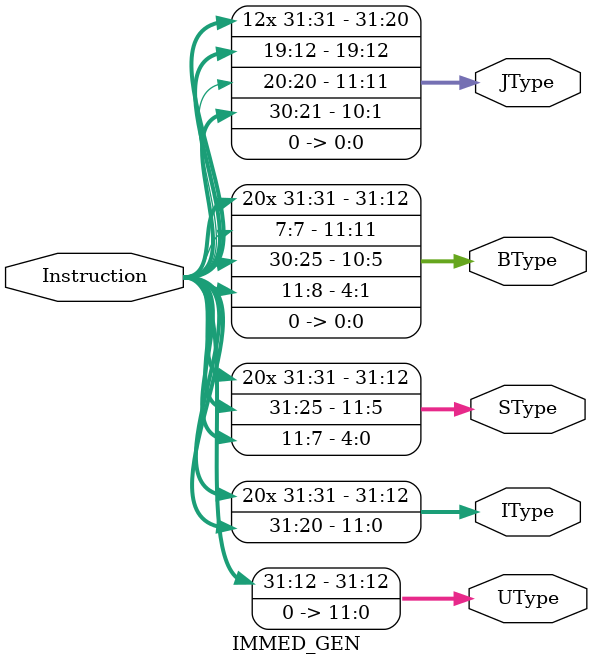
<source format=sv>
`timescale 1ns / 1ps


module IMMED_GEN(
// initializing inputs and outputs
    input logic [31:7] Instruction,
    output logic [31:0] UType,IType,SType,BType,JType
    );
    
    always_comb 
    begin 
    //U type formatting
    UType={Instruction[31:12],12'b0};
    //I type formatting
    IType={{21{Instruction[31]}}, Instruction[30:20]};
    //S type formatting
    SType={{21{Instruction[31]}}, Instruction[30:25], Instruction[11:7]};
    //B type formatting
    BType={{20{Instruction[31]}}, Instruction[7], Instruction[30:25], Instruction[11:8],1'b0};
    //J type formatting
    JType={{12{Instruction[31]}}, Instruction[19:12],Instruction[20], Instruction[30:21],1'b0};
    end
endmodule

</source>
